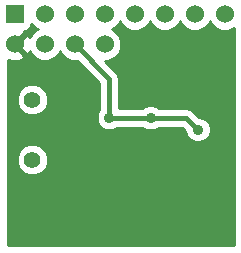
<source format=gbl>
G04 (created by PCBNEW (2013-07-07 BZR 4022)-stable) date 30/09/2014 17:20:54*
%MOIN*%
G04 Gerber Fmt 3.4, Leading zero omitted, Abs format*
%FSLAX34Y34*%
G01*
G70*
G90*
G04 APERTURE LIST*
%ADD10C,0.00590551*%
%ADD11R,0.06X0.06*%
%ADD12C,0.06*%
%ADD13C,0.056*%
%ADD14C,0.035*%
%ADD15C,0.016*%
%ADD16C,0.01*%
G04 APERTURE END LIST*
G54D10*
G54D11*
X38582Y-16338D03*
G54D12*
X44582Y-16338D03*
X39582Y-16338D03*
X45582Y-16338D03*
X40582Y-16338D03*
X41582Y-16338D03*
X42582Y-16338D03*
X43582Y-16338D03*
X41582Y-17338D03*
X40582Y-17338D03*
X39582Y-17338D03*
X38582Y-17338D03*
G54D13*
X39173Y-21177D03*
X39173Y-19177D03*
G54D14*
X43110Y-19783D03*
X44685Y-20177D03*
X41732Y-19783D03*
X41338Y-23129D03*
X45078Y-18110D03*
X41240Y-19783D03*
X42716Y-20669D03*
X44685Y-21358D03*
G54D15*
X41732Y-19783D02*
X43110Y-19783D01*
X41732Y-19783D02*
X41732Y-18488D01*
X41732Y-18488D02*
X40582Y-17338D01*
X44685Y-20177D02*
X44291Y-19783D01*
X44291Y-19783D02*
X43110Y-19783D01*
G54D10*
G36*
X45891Y-24041D02*
X39703Y-24041D01*
X39703Y-21072D01*
X39703Y-19072D01*
X39622Y-18877D01*
X39473Y-18728D01*
X39279Y-18647D01*
X39068Y-18647D01*
X38873Y-18727D01*
X38724Y-18876D01*
X38643Y-19071D01*
X38643Y-19282D01*
X38723Y-19476D01*
X38872Y-19626D01*
X39067Y-19707D01*
X39278Y-19707D01*
X39473Y-19626D01*
X39622Y-19477D01*
X39703Y-19283D01*
X39703Y-19072D01*
X39703Y-21072D01*
X39622Y-20877D01*
X39473Y-20728D01*
X39279Y-20647D01*
X39068Y-20647D01*
X38873Y-20727D01*
X38724Y-20876D01*
X38643Y-21071D01*
X38643Y-21282D01*
X38723Y-21476D01*
X38872Y-21626D01*
X39067Y-21707D01*
X39278Y-21707D01*
X39473Y-21626D01*
X39622Y-21477D01*
X39703Y-21283D01*
X39703Y-21072D01*
X39703Y-24041D01*
X38360Y-24041D01*
X38360Y-17843D01*
X38500Y-17893D01*
X38719Y-17882D01*
X38870Y-17819D01*
X38897Y-17724D01*
X38582Y-17409D01*
X38577Y-17414D01*
X38506Y-17344D01*
X38511Y-17338D01*
X38506Y-17333D01*
X38577Y-17262D01*
X38582Y-17267D01*
X38897Y-16952D01*
X38879Y-16888D01*
X38932Y-16888D01*
X39024Y-16850D01*
X39094Y-16780D01*
X39132Y-16688D01*
X39132Y-16666D01*
X39270Y-16804D01*
X39352Y-16838D01*
X39271Y-16872D01*
X39116Y-17026D01*
X39085Y-17102D01*
X39063Y-17050D01*
X38968Y-17023D01*
X38653Y-17338D01*
X38968Y-17653D01*
X39063Y-17626D01*
X39083Y-17571D01*
X39116Y-17649D01*
X39270Y-17804D01*
X39472Y-17888D01*
X39691Y-17888D01*
X39893Y-17805D01*
X40048Y-17650D01*
X40082Y-17568D01*
X40116Y-17649D01*
X40270Y-17804D01*
X40472Y-17888D01*
X40666Y-17888D01*
X41402Y-18624D01*
X41402Y-19512D01*
X41372Y-19542D01*
X41307Y-19698D01*
X41307Y-19867D01*
X41371Y-20023D01*
X41491Y-20143D01*
X41647Y-20208D01*
X41816Y-20208D01*
X41972Y-20143D01*
X42003Y-20113D01*
X42839Y-20113D01*
X42869Y-20143D01*
X43025Y-20208D01*
X43194Y-20208D01*
X43350Y-20143D01*
X43381Y-20113D01*
X44154Y-20113D01*
X44260Y-20218D01*
X44259Y-20261D01*
X44324Y-20417D01*
X44443Y-20537D01*
X44600Y-20602D01*
X44769Y-20602D01*
X44925Y-20537D01*
X45045Y-20418D01*
X45109Y-20262D01*
X45110Y-20092D01*
X45045Y-19936D01*
X44926Y-19817D01*
X44769Y-19752D01*
X44726Y-19752D01*
X44524Y-19550D01*
X44417Y-19478D01*
X44291Y-19453D01*
X43381Y-19453D01*
X43351Y-19423D01*
X43195Y-19358D01*
X43026Y-19358D01*
X42869Y-19422D01*
X42839Y-19453D01*
X42062Y-19453D01*
X42062Y-18488D01*
X42037Y-18361D01*
X42037Y-18361D01*
X41965Y-18254D01*
X41965Y-18254D01*
X41599Y-17888D01*
X41691Y-17888D01*
X41893Y-17805D01*
X42048Y-17650D01*
X42132Y-17448D01*
X42132Y-17229D01*
X42049Y-17027D01*
X41894Y-16872D01*
X41812Y-16838D01*
X41893Y-16805D01*
X42048Y-16650D01*
X42082Y-16568D01*
X42116Y-16649D01*
X42270Y-16804D01*
X42472Y-16888D01*
X42691Y-16888D01*
X42893Y-16805D01*
X43048Y-16650D01*
X43082Y-16568D01*
X43116Y-16649D01*
X43270Y-16804D01*
X43472Y-16888D01*
X43691Y-16888D01*
X43893Y-16805D01*
X44048Y-16650D01*
X44082Y-16568D01*
X44116Y-16649D01*
X44270Y-16804D01*
X44472Y-16888D01*
X44691Y-16888D01*
X44893Y-16805D01*
X45048Y-16650D01*
X45082Y-16568D01*
X45116Y-16649D01*
X45270Y-16804D01*
X45472Y-16888D01*
X45691Y-16888D01*
X45891Y-16805D01*
X45891Y-24041D01*
X45891Y-24041D01*
G37*
G54D16*
X45891Y-24041D02*
X39703Y-24041D01*
X39703Y-21072D01*
X39703Y-19072D01*
X39622Y-18877D01*
X39473Y-18728D01*
X39279Y-18647D01*
X39068Y-18647D01*
X38873Y-18727D01*
X38724Y-18876D01*
X38643Y-19071D01*
X38643Y-19282D01*
X38723Y-19476D01*
X38872Y-19626D01*
X39067Y-19707D01*
X39278Y-19707D01*
X39473Y-19626D01*
X39622Y-19477D01*
X39703Y-19283D01*
X39703Y-19072D01*
X39703Y-21072D01*
X39622Y-20877D01*
X39473Y-20728D01*
X39279Y-20647D01*
X39068Y-20647D01*
X38873Y-20727D01*
X38724Y-20876D01*
X38643Y-21071D01*
X38643Y-21282D01*
X38723Y-21476D01*
X38872Y-21626D01*
X39067Y-21707D01*
X39278Y-21707D01*
X39473Y-21626D01*
X39622Y-21477D01*
X39703Y-21283D01*
X39703Y-21072D01*
X39703Y-24041D01*
X38360Y-24041D01*
X38360Y-17843D01*
X38500Y-17893D01*
X38719Y-17882D01*
X38870Y-17819D01*
X38897Y-17724D01*
X38582Y-17409D01*
X38577Y-17414D01*
X38506Y-17344D01*
X38511Y-17338D01*
X38506Y-17333D01*
X38577Y-17262D01*
X38582Y-17267D01*
X38897Y-16952D01*
X38879Y-16888D01*
X38932Y-16888D01*
X39024Y-16850D01*
X39094Y-16780D01*
X39132Y-16688D01*
X39132Y-16666D01*
X39270Y-16804D01*
X39352Y-16838D01*
X39271Y-16872D01*
X39116Y-17026D01*
X39085Y-17102D01*
X39063Y-17050D01*
X38968Y-17023D01*
X38653Y-17338D01*
X38968Y-17653D01*
X39063Y-17626D01*
X39083Y-17571D01*
X39116Y-17649D01*
X39270Y-17804D01*
X39472Y-17888D01*
X39691Y-17888D01*
X39893Y-17805D01*
X40048Y-17650D01*
X40082Y-17568D01*
X40116Y-17649D01*
X40270Y-17804D01*
X40472Y-17888D01*
X40666Y-17888D01*
X41402Y-18624D01*
X41402Y-19512D01*
X41372Y-19542D01*
X41307Y-19698D01*
X41307Y-19867D01*
X41371Y-20023D01*
X41491Y-20143D01*
X41647Y-20208D01*
X41816Y-20208D01*
X41972Y-20143D01*
X42003Y-20113D01*
X42839Y-20113D01*
X42869Y-20143D01*
X43025Y-20208D01*
X43194Y-20208D01*
X43350Y-20143D01*
X43381Y-20113D01*
X44154Y-20113D01*
X44260Y-20218D01*
X44259Y-20261D01*
X44324Y-20417D01*
X44443Y-20537D01*
X44600Y-20602D01*
X44769Y-20602D01*
X44925Y-20537D01*
X45045Y-20418D01*
X45109Y-20262D01*
X45110Y-20092D01*
X45045Y-19936D01*
X44926Y-19817D01*
X44769Y-19752D01*
X44726Y-19752D01*
X44524Y-19550D01*
X44417Y-19478D01*
X44291Y-19453D01*
X43381Y-19453D01*
X43351Y-19423D01*
X43195Y-19358D01*
X43026Y-19358D01*
X42869Y-19422D01*
X42839Y-19453D01*
X42062Y-19453D01*
X42062Y-18488D01*
X42037Y-18361D01*
X42037Y-18361D01*
X41965Y-18254D01*
X41965Y-18254D01*
X41599Y-17888D01*
X41691Y-17888D01*
X41893Y-17805D01*
X42048Y-17650D01*
X42132Y-17448D01*
X42132Y-17229D01*
X42049Y-17027D01*
X41894Y-16872D01*
X41812Y-16838D01*
X41893Y-16805D01*
X42048Y-16650D01*
X42082Y-16568D01*
X42116Y-16649D01*
X42270Y-16804D01*
X42472Y-16888D01*
X42691Y-16888D01*
X42893Y-16805D01*
X43048Y-16650D01*
X43082Y-16568D01*
X43116Y-16649D01*
X43270Y-16804D01*
X43472Y-16888D01*
X43691Y-16888D01*
X43893Y-16805D01*
X44048Y-16650D01*
X44082Y-16568D01*
X44116Y-16649D01*
X44270Y-16804D01*
X44472Y-16888D01*
X44691Y-16888D01*
X44893Y-16805D01*
X45048Y-16650D01*
X45082Y-16568D01*
X45116Y-16649D01*
X45270Y-16804D01*
X45472Y-16888D01*
X45691Y-16888D01*
X45891Y-16805D01*
X45891Y-24041D01*
M02*

</source>
